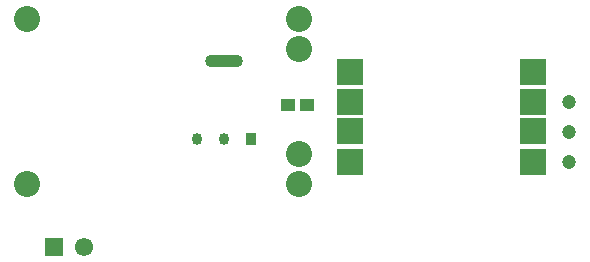
<source format=gbs>
G04*
G04 #@! TF.GenerationSoftware,Altium Limited,Altium Designer,23.4.1 (23)*
G04*
G04 Layer_Color=16711935*
%FSLAX44Y44*%
%MOMM*%
G71*
G04*
G04 #@! TF.SameCoordinates,0DB361A5-78C8-4FEA-9A46-C3B996989F44*
G04*
G04*
G04 #@! TF.FilePolarity,Negative*
G04*
G01*
G75*
%ADD21R,1.2084X1.0121*%
%ADD25C,1.2032*%
%ADD26C,2.2032*%
%ADD27R,1.5500X1.5500*%
%ADD28C,1.5500*%
%ADD32R,0.8721X1.0043*%
G04:AMPARAMS|DCode=33|XSize=1.0043mm|YSize=0.8721mm|CornerRadius=0.4361mm|HoleSize=0mm|Usage=FLASHONLY|Rotation=90.000|XOffset=0mm|YOffset=0mm|HoleType=Round|Shape=RoundedRectangle|*
%AMROUNDEDRECTD33*
21,1,1.0043,0.0000,0,0,90.0*
21,1,0.1322,0.8721,0,0,90.0*
1,1,0.8721,0.0000,0.0661*
1,1,0.8721,0.0000,-0.0661*
1,1,0.8721,0.0000,-0.0661*
1,1,0.8721,0.0000,0.0661*
%
%ADD33ROUNDEDRECTD33*%
G04:AMPARAMS|DCode=34|XSize=1.0043mm|YSize=3.1821mm|CornerRadius=0.4369mm|HoleSize=0mm|Usage=FLASHONLY|Rotation=90.000|XOffset=0mm|YOffset=0mm|HoleType=Round|Shape=RoundedRectangle|*
%AMROUNDEDRECTD34*
21,1,1.0043,2.3084,0,0,90.0*
21,1,0.1306,3.1821,0,0,90.0*
1,1,0.8737,1.1542,0.0653*
1,1,0.8737,1.1542,-0.0653*
1,1,0.8737,-1.1542,-0.0653*
1,1,0.8737,-1.1542,0.0653*
%
%ADD34ROUNDEDRECTD34*%
%ADD35R,2.2032X2.2032*%
D21*
X263289Y156210D02*
D03*
X247251D02*
D03*
D25*
X485140Y107950D02*
D03*
X485090Y133400D02*
D03*
X485140Y158750D02*
D03*
D26*
X256540Y203242D02*
D03*
X26540Y88643D02*
D03*
Y228643D02*
D03*
X256540D02*
D03*
Y88643D02*
D03*
Y114043D02*
D03*
D27*
X49730Y36000D02*
D03*
D28*
X74730D02*
D03*
D32*
X215900Y127000D02*
D03*
D33*
X193000D02*
D03*
X170100D02*
D03*
D34*
X193000Y192900D02*
D03*
D35*
X299720Y184150D02*
D03*
Y158750D02*
D03*
Y133450D02*
D03*
Y107950D02*
D03*
X454720D02*
D03*
Y133450D02*
D03*
Y158750D02*
D03*
Y184150D02*
D03*
M02*

</source>
